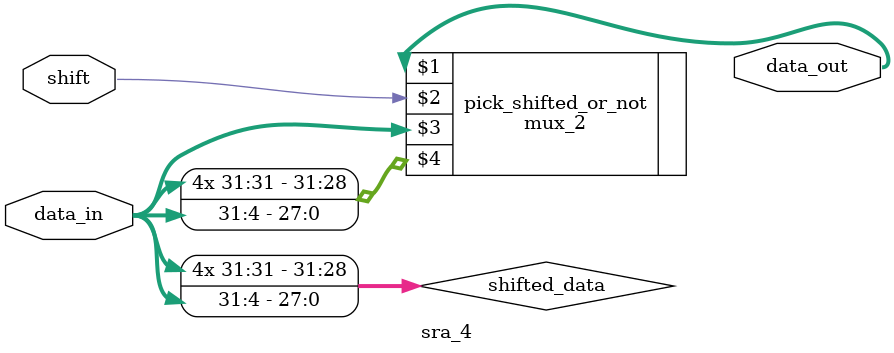
<source format=v>
module sra_4(data_out, data_in, shift);
    input [31:0] data_in;
    input shift;

    output [31:0] data_out;

    wire [31:0] shifted_data;

    assign shifted_data[31:28] = {data_in[31], data_in[31], data_in[31], data_in[31]};
    assign shifted_data[27:0] = data_in[31:4];

    mux_2 pick_shifted_or_not(data_out, shift, data_in, shifted_data);

endmodule
</source>
